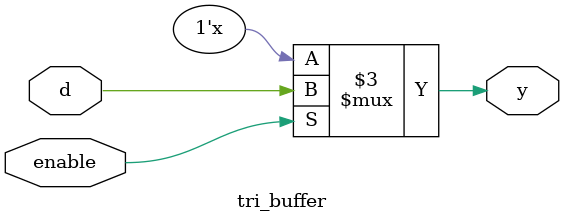
<source format=v>
module tri_buffer(input d,enable,output reg y);
initial begin
	if(enable)begin
		 y=d;
	end
	else begin
		 y=1'bz;
	end
end
endmodule

</source>
